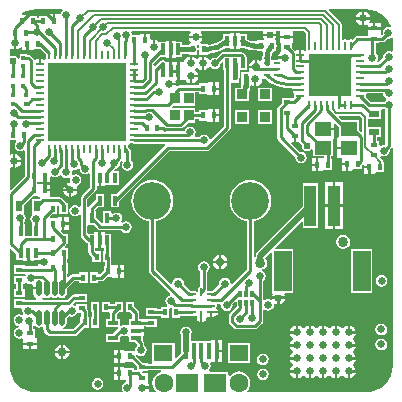
<source format=gtl>
%FSLAX24Y24*%
%MOIN*%
G70*
G01*
G75*
G04 Layer_Physical_Order=1*
G04 Layer_Color=255*
%ADD10C,0.0177*%
%ADD11C,0.0100*%
%ADD12O,0.0295X0.0079*%
%ADD13R,0.0157X0.0236*%
%ADD14R,0.0217X0.0098*%
%ADD15O,0.0315X0.0079*%
%ADD16R,0.0236X0.0157*%
%ADD17R,0.0354X0.0197*%
%ADD18R,0.0157X0.0335*%
%ADD19O,0.0177X0.0532*%
%ADD20R,0.0118X0.0209*%
%ADD21R,0.0118X0.0193*%
%ADD22O,0.0098X0.0276*%
%ADD23O,0.0276X0.0098*%
%ADD24R,0.0335X0.0157*%
%ADD25R,0.0157X0.0532*%
%ADD26R,0.0748X0.0630*%
%ADD27R,0.0630X0.0551*%
%ADD28O,0.0079X0.0315*%
%ADD29R,0.2598X0.2598*%
%ADD30R,0.0138X0.0394*%
%ADD31R,0.0343X0.0343*%
%ADD32R,0.1417X0.1417*%
%ADD33O,0.0079X0.0295*%
%ADD34R,0.0335X0.0374*%
%ADD35R,0.0551X0.0453*%
%ADD36R,0.0197X0.0354*%
%ADD37R,0.0591X0.1339*%
%ADD38R,0.0394X0.1378*%
%ADD39R,0.0138X0.0157*%
%ADD40R,0.0177X0.0177*%
%ADD41C,0.0200*%
%ADD42C,0.0080*%
%ADD43C,0.1260*%
%ADD44C,0.0630*%
%ADD45C,0.0260*%
%ADD46C,0.0290*%
%ADD47C,0.0240*%
%ADD48C,0.0300*%
%ADD49C,0.0340*%
G36*
X6071Y3510D02*
X6113Y3447D01*
X6170Y3409D01*
X6173Y3382D01*
X6170Y3355D01*
X6113Y3317D01*
X6096Y3292D01*
X5645D01*
X5487Y3450D01*
X5489Y3452D01*
X5497Y3491D01*
X5490Y3526D01*
X5490Y3532D01*
X5518Y3576D01*
X6058D01*
X6071Y3510D01*
D02*
G37*
G36*
X5368Y2761D02*
Y2316D01*
X5322Y2297D01*
X5249Y2370D01*
Y2681D01*
X4687D01*
X4579Y2790D01*
X4598Y2836D01*
X5040D01*
X5048Y2838D01*
X5291D01*
X5368Y2761D01*
D02*
G37*
G36*
X6388Y5410D02*
Y4993D01*
X6338Y4966D01*
X6324Y4975D01*
X6250Y4990D01*
X6176Y4975D01*
X6113Y4933D01*
X6071Y4870D01*
X6056Y4796D01*
X6062Y4767D01*
X5904Y4609D01*
X5883Y4611D01*
X5858Y4665D01*
X5879Y4696D01*
X5894Y4770D01*
X5879Y4844D01*
X5837Y4907D01*
X5812Y4924D01*
Y5254D01*
X5938D01*
Y5281D01*
X6033D01*
X6033Y5281D01*
X6076Y5289D01*
X6112Y5314D01*
X6211Y5412D01*
X6240Y5406D01*
X6314Y5421D01*
X6338Y5437D01*
X6388Y5410D01*
D02*
G37*
G36*
X-6170Y5043D02*
X-6120Y5053D01*
X-6044Y5104D01*
X-6026Y5132D01*
X-5976Y5116D01*
Y5022D01*
X-5837D01*
Y5240D01*
X-5757D01*
Y5022D01*
X-5618D01*
Y5030D01*
X-5582Y5062D01*
X-5373D01*
X-5191Y4879D01*
Y4747D01*
X-5190Y4744D01*
X-5193Y4739D01*
X-5234Y4705D01*
X-5267Y4712D01*
X-5345D01*
Y4570D01*
X-5425D01*
Y4712D01*
X-5503D01*
X-5557Y4701D01*
X-5584Y4712D01*
X-5586Y4723D01*
X-5611Y4759D01*
X-5611Y4759D01*
X-5688Y4837D01*
X-5725Y4861D01*
X-5763Y4869D01*
X-5801Y4897D01*
X-5801Y4897D01*
X-5801D01*
X-5849Y4897D01*
X-6059D01*
Y4748D01*
X-6109Y4733D01*
X-6140Y4780D01*
X-6200Y4820D01*
X-6270Y4834D01*
X-6338Y4820D01*
X-6347Y4819D01*
X-6388Y4845D01*
Y5052D01*
X-6338Y5079D01*
X-6300Y5053D01*
X-6250Y5043D01*
Y5270D01*
X-6170D01*
Y5043D01*
D02*
G37*
G36*
X-4004Y-3732D02*
Y-3872D01*
X-4030D01*
Y-4030D01*
X-4278Y-4278D01*
X-4616D01*
X-4621Y-4228D01*
X-4578Y-4219D01*
X-4529Y-4186D01*
X-4496Y-4137D01*
X-4485Y-4079D01*
Y-3909D01*
X-4412Y-3837D01*
X-4394Y-3849D01*
X-4320Y-3864D01*
X-4246Y-3849D01*
X-4183Y-3807D01*
X-4141Y-3744D01*
X-4137Y-3726D01*
X-4010D01*
X-4004Y-3732D01*
D02*
G37*
G36*
X-5452Y172D02*
X-5438Y172D01*
X-5402Y140D01*
Y132D01*
X-5380D01*
X-5368Y111D01*
X-5361Y82D01*
X-5396Y47D01*
X-5633D01*
Y-427D01*
X-5633Y-427D01*
X-5655Y-468D01*
X-5693Y-526D01*
X-5708Y-600D01*
X-5693Y-674D01*
X-5658Y-727D01*
X-5653Y-775D01*
X-5653Y-775D01*
X-5653Y-775D01*
Y-1167D01*
X-5849D01*
X-5887Y-1136D01*
Y-821D01*
X-5887Y-775D01*
Y-775D01*
D01*
X-5887Y-775D01*
X-5901Y-727D01*
X-5901Y-725D01*
X-5861Y-664D01*
X-5846Y-590D01*
X-5861Y-516D01*
X-5890Y-472D01*
X-5907Y-427D01*
Y-427D01*
X-5907Y-427D01*
X-5907Y-427D01*
Y-138D01*
X-5597Y172D01*
X-5452D01*
D02*
G37*
G36*
X6113Y3043D02*
X6138Y3026D01*
Y1901D01*
X6093Y1863D01*
X6090Y1864D01*
X6016Y1849D01*
X5978Y1824D01*
X5928Y1850D01*
Y2006D01*
X5862D01*
Y2126D01*
X5987D01*
Y2443D01*
X5572D01*
Y2717D01*
X5987D01*
Y3034D01*
X6023Y3068D01*
X6096D01*
X6113Y3043D01*
D02*
G37*
G36*
X-6176Y1995D02*
X-6170Y1972D01*
X-6209Y1914D01*
X-6224Y1840D01*
X-6209Y1766D01*
X-6167Y1703D01*
X-6104Y1661D01*
X-6030Y1646D01*
X-5956Y1661D01*
X-5928Y1680D01*
X-5878Y1653D01*
Y831D01*
X-6342Y367D01*
X-6388Y386D01*
Y1099D01*
X-6344Y1123D01*
X-6330Y1113D01*
X-6280Y1103D01*
Y1330D01*
Y1557D01*
X-6330Y1547D01*
X-6344Y1537D01*
X-6388Y1561D01*
Y2022D01*
X-6190D01*
X-6176Y1995D01*
D02*
G37*
G36*
X5673Y6372D02*
X5840Y6322D01*
X5994Y6239D01*
X6129Y6129D01*
X6239Y5994D01*
X6322Y5840D01*
X6326Y5827D01*
X6286Y5785D01*
X6240Y5794D01*
X6166Y5779D01*
X6103Y5737D01*
X6061Y5674D01*
X6046Y5600D01*
X6052Y5571D01*
X6023Y5541D01*
X5978Y5550D01*
X5978Y5568D01*
X5978D01*
Y5707D01*
X5542D01*
Y5568D01*
X5542D01*
X5545Y5518D01*
X5539Y5506D01*
X5537Y5505D01*
X5201D01*
X5201Y5505D01*
X5158Y5496D01*
X5121Y5472D01*
X5024Y5374D01*
X5021Y5376D01*
X4982Y5384D01*
X4943Y5376D01*
X4910Y5354D01*
X4857D01*
X4824Y5376D01*
X4785Y5384D01*
X4746Y5376D01*
X4740Y5372D01*
X4690Y5399D01*
Y5852D01*
X4683Y5891D01*
X4660Y5924D01*
X4243Y6342D01*
X4262Y6388D01*
X5500D01*
X5505Y6389D01*
X5673Y6372D01*
D02*
G37*
G36*
X-5500Y6388D02*
X-4635D01*
X-4620Y6338D01*
X-4636Y6327D01*
X-4678Y6264D01*
X-4686Y6223D01*
X-4734Y6218D01*
X-4734Y6218D01*
X-4734Y6218D01*
X-4873D01*
Y6000D01*
X-4953D01*
Y6218D01*
X-5092D01*
Y6210D01*
X-5128Y6178D01*
X-5406D01*
Y6092D01*
X-5484D01*
Y6158D01*
X-5762D01*
X-5798Y6190D01*
Y6198D01*
X-5965D01*
X-5978Y6248D01*
X-5840Y6322D01*
X-5673Y6372D01*
X-5505Y6389D01*
X-5500Y6388D01*
D02*
G37*
G36*
X3502Y5594D02*
Y5174D01*
X3503Y5171D01*
Y5066D01*
X3508Y5039D01*
X3504Y5029D01*
X3462Y5000D01*
X3441Y5004D01*
X3407Y5011D01*
X3339D01*
Y4869D01*
X3259D01*
Y5011D01*
X3191D01*
X3136Y5000D01*
X3126Y4993D01*
X3121Y5001D01*
X3121Y5001D01*
X3028Y5093D01*
Y5238D01*
X3028Y5252D01*
X3060Y5288D01*
X3068D01*
Y5427D01*
X2632D01*
Y5288D01*
X2640D01*
X2640Y5288D01*
X2672Y5252D01*
X2672Y5238D01*
Y4974D01*
X2672Y4974D01*
X2672D01*
X2635Y4943D01*
X2624Y4936D01*
X2573Y4860D01*
X2563Y4810D01*
X2790D01*
Y4730D01*
X2563D01*
X2564Y4725D01*
X2533Y4686D01*
X2334D01*
Y4749D01*
X2333Y4754D01*
X2348Y4864D01*
X2392Y4972D01*
X2408Y4992D01*
X2496D01*
Y5110D01*
X2497Y5112D01*
X2509Y5170D01*
X2497Y5228D01*
X2496Y5230D01*
Y5348D01*
X2483D01*
X2456Y5398D01*
X2487Y5444D01*
X2496Y5490D01*
X2064D01*
X2073Y5444D01*
X2104Y5398D01*
X2077Y5348D01*
X1864D01*
Y5321D01*
X1748D01*
X1744Y5321D01*
X1651Y5333D01*
X1560Y5371D01*
X1515Y5405D01*
Y5551D01*
X1299D01*
Y5591D01*
X1160D01*
Y5324D01*
Y5057D01*
X1299D01*
Y5097D01*
X1438D01*
X1488Y5070D01*
X1616Y5031D01*
X1748Y5018D01*
Y5019D01*
X1864D01*
Y4992D01*
X2032D01*
X2062Y4952D01*
X2045Y4895D01*
X2031Y4749D01*
X2031D01*
Y4686D01*
X2014D01*
Y4675D01*
X1964Y4648D01*
X1916Y4681D01*
X1860Y4692D01*
Y4450D01*
X1820D01*
Y4410D01*
X1578D01*
X1589Y4354D01*
X1600Y4338D01*
X1573Y4288D01*
X1338D01*
Y4170D01*
X1337Y4168D01*
X1326Y4110D01*
Y3829D01*
X1327Y3822D01*
X1317Y3773D01*
X1127D01*
Y3311D01*
X1589D01*
Y3631D01*
X1611Y3684D01*
X1630Y3829D01*
X1633Y3831D01*
X1679Y3855D01*
X1710Y3833D01*
X1760Y3823D01*
Y4050D01*
X1840D01*
Y3823D01*
X1890Y3833D01*
X1966Y3884D01*
X2017Y3960D01*
X2035Y4050D01*
X2054Y4074D01*
X2111D01*
X2152Y4052D01*
X2152D01*
X2298Y3932D01*
X2464Y3843D01*
X2645Y3789D01*
X2832Y3770D01*
Y3773D01*
X3024D01*
X3052Y3728D01*
X3299D01*
Y3648D01*
X3057D01*
X3059Y3634D01*
X3090Y3587D01*
X3097Y3530D01*
X3089Y3491D01*
X3097Y3452D01*
X3099Y3450D01*
X3088Y3439D01*
X3048Y3416D01*
Y3416D01*
X3048Y3416D01*
X2692D01*
Y3258D01*
X2563Y3128D01*
X2538Y3092D01*
X2530Y3049D01*
X2530Y3049D01*
Y2118D01*
X2530Y2118D01*
X2538Y2075D01*
X2563Y2039D01*
X3132Y1469D01*
X3126Y1440D01*
X3141Y1366D01*
X3183Y1303D01*
X3246Y1261D01*
X3320Y1246D01*
X3394Y1261D01*
X3457Y1303D01*
X3499Y1366D01*
X3514Y1440D01*
X3499Y1514D01*
X3457Y1577D01*
X3394Y1619D01*
X3320Y1634D01*
X3291Y1628D01*
X2991Y1928D01*
X3010Y1974D01*
X3090D01*
Y2153D01*
X3170D01*
Y1974D01*
X3253D01*
X3254Y1969D01*
X3279Y1933D01*
X3351Y1861D01*
X3346Y1840D01*
X3360Y1770D01*
X3400Y1710D01*
X3460Y1670D01*
X3530Y1656D01*
X3600Y1670D01*
X3660Y1710D01*
X3661Y1713D01*
X3711Y1697D01*
Y1479D01*
X4095D01*
Y1423D01*
X4094Y1421D01*
X4082Y1415D01*
X4032Y1418D01*
Y1418D01*
X3893D01*
Y1200D01*
Y982D01*
X4032D01*
Y990D01*
X4032Y990D01*
X4068Y1022D01*
X4082Y1022D01*
X4346D01*
Y1378D01*
X4319D01*
Y1479D01*
X4383D01*
Y2044D01*
X4423Y2069D01*
X4423Y2069D01*
X4423D01*
X4423Y2069D01*
Y2355D01*
X4047D01*
Y2435D01*
X4423D01*
Y2564D01*
X4469Y2583D01*
X4577Y2474D01*
Y2116D01*
X4537Y2091D01*
X4537Y2091D01*
X4537D01*
X4537Y2091D01*
Y1805D01*
X4913D01*
Y1725D01*
X4537D01*
Y1439D01*
X4624D01*
X4674Y1438D01*
X4674Y1389D01*
Y1260D01*
X4853D01*
Y1220D01*
X4893D01*
Y1002D01*
X5032D01*
Y1010D01*
X5032Y1010D01*
X5068Y1042D01*
X5082Y1042D01*
X5346D01*
Y1191D01*
X5378Y1216D01*
X5424Y1196D01*
Y1160D01*
X5603D01*
Y1120D01*
X5643D01*
Y902D01*
X5782D01*
Y910D01*
X5818Y942D01*
X6096D01*
Y1298D01*
X6059D01*
Y1306D01*
X6051Y1345D01*
X6029Y1378D01*
X5958Y1449D01*
X5961Y1468D01*
X6015Y1492D01*
X6016Y1491D01*
X6090Y1476D01*
X6164Y1491D01*
X6227Y1533D01*
X6269Y1596D01*
X6284Y1670D01*
X6278Y1699D01*
X6329Y1751D01*
X6329Y1751D01*
X6338Y1763D01*
X6388Y1748D01*
Y-5500D01*
X6389Y-5505D01*
X6372Y-5673D01*
X6322Y-5840D01*
X6239Y-5994D01*
X6129Y-6129D01*
X5994Y-6239D01*
X5840Y-6322D01*
X5673Y-6372D01*
X5505Y-6389D01*
X5500Y-6388D01*
X1529D01*
X1513Y-6341D01*
X1517Y-6337D01*
X1578Y-6259D01*
X1615Y-6168D01*
X1628Y-6070D01*
X1615Y-5972D01*
X1578Y-5881D01*
X1517Y-5803D01*
X1439Y-5742D01*
X1348Y-5705D01*
X1250Y-5692D01*
X1152Y-5705D01*
X1061Y-5742D01*
X983Y-5803D01*
X956Y-5837D01*
X906Y-5820D01*
Y-5695D01*
X275D01*
X261Y-5656D01*
X258Y-5645D01*
X299Y-5584D01*
X314Y-5510D01*
X299Y-5436D01*
X287Y-5418D01*
X318Y-5374D01*
X333Y-5378D01*
Y-5383D01*
X472D01*
Y-5017D01*
Y-4651D01*
X333D01*
Y-4691D01*
X-349D01*
Y-4491D01*
X-331Y-4464D01*
X-316Y-4390D01*
X-331Y-4316D01*
X-373Y-4253D01*
X-436Y-4211D01*
X-510Y-4196D01*
X-584Y-4211D01*
X-647Y-4253D01*
X-689Y-4316D01*
X-704Y-4390D01*
X-689Y-4464D01*
X-675Y-4485D01*
Y-5017D01*
X-663Y-5076D01*
X-839Y-5252D01*
X-885Y-5233D01*
Y-4750D01*
X-1635D01*
Y-5421D01*
X-1682Y-5428D01*
X-1782D01*
Y-5401D01*
X-1940D01*
X-2179Y-5162D01*
X-2147Y-5124D01*
X-2094Y-5159D01*
X-2020Y-5174D01*
X-1946Y-5159D01*
X-1883Y-5117D01*
X-1841Y-5054D01*
X-1826Y-4980D01*
X-1841Y-4906D01*
X-1883Y-4843D01*
X-1908Y-4826D01*
Y-4747D01*
X-1908Y-4747D01*
X-1916Y-4704D01*
X-1941Y-4668D01*
X-1941Y-4668D01*
X-1959Y-4650D01*
Y-4504D01*
X-1919D01*
Y-4366D01*
X-2186D01*
Y-4286D01*
X-1919D01*
Y-4182D01*
X-1838D01*
Y-4208D01*
X-1482D01*
Y-3931D01*
X-1838D01*
Y-3957D01*
X-1959D01*
Y-3931D01*
X-2074D01*
Y-3737D01*
X-2082Y-3694D01*
X-2107Y-3658D01*
X-2107Y-3658D01*
X-2244Y-3520D01*
Y-3362D01*
X-2522D01*
Y-3718D01*
X-2363D01*
X-2298Y-3783D01*
Y-3931D01*
X-2413D01*
Y-4118D01*
X-2453Y-4147D01*
X-2503Y-4150D01*
X-2570Y-4136D01*
X-2644Y-4151D01*
X-2663Y-4163D01*
X-2707Y-4140D01*
Y-3931D01*
X-2822D01*
Y-3783D01*
X-2757Y-3718D01*
X-2598D01*
Y-3362D01*
X-2876D01*
Y-3428D01*
X-3044D01*
Y-3362D01*
X-3322D01*
Y-3718D01*
X-3093D01*
X-3046Y-3737D01*
X-3046Y-3737D01*
Y-3737D01*
X-3046Y-3767D01*
Y-3931D01*
X-3161D01*
Y-4208D01*
X-2789D01*
X-2776Y-4228D01*
X-2770Y-4258D01*
X-2954Y-4443D01*
X-3161D01*
Y-4720D01*
X-2707D01*
Y-4527D01*
X-2664Y-4496D01*
X-2644Y-4509D01*
X-2570Y-4524D01*
X-2501Y-4510D01*
X-2463Y-4505D01*
X-2413Y-4533D01*
Y-4720D01*
X-2206D01*
X-2144Y-4782D01*
X-2148Y-4837D01*
X-2157Y-4843D01*
X-2199Y-4906D01*
X-2214Y-4980D01*
X-2210Y-4997D01*
X-2258Y-5012D01*
X-2518D01*
X-2532Y-5012D01*
X-2568Y-4980D01*
Y-4972D01*
X-2707D01*
Y-5190D01*
Y-5408D01*
X-2568D01*
Y-5400D01*
X-2568Y-5400D01*
X-2532Y-5368D01*
X-2518Y-5368D01*
X-2290D01*
X-2138Y-5520D01*
Y-5638D01*
X-2254D01*
Y-5572D01*
X-2518D01*
X-2532Y-5572D01*
X-2568Y-5540D01*
Y-5532D01*
X-2707D01*
Y-5750D01*
Y-5968D01*
X-2568D01*
Y-5968D01*
X-2518Y-5965D01*
X-2506Y-5971D01*
X-2505Y-5973D01*
Y-6045D01*
X-2534Y-6051D01*
X-2597Y-6093D01*
X-2639Y-6156D01*
X-2654Y-6230D01*
X-2639Y-6304D01*
X-2616Y-6338D01*
X-2643Y-6388D01*
X-5500D01*
X-5505Y-6389D01*
X-5673Y-6372D01*
X-5840Y-6322D01*
X-5994Y-6239D01*
X-6129Y-6129D01*
X-6239Y-5994D01*
X-6322Y-5840D01*
X-6372Y-5673D01*
X-6389Y-5505D01*
X-6388Y-5500D01*
Y-1612D01*
X-6342Y-1593D01*
X-6165Y-1770D01*
Y-1977D01*
X-5949D01*
Y-2017D01*
X-5810D01*
Y-1750D01*
X-5730D01*
Y-2017D01*
X-5591D01*
Y-1977D01*
X-5501D01*
X-5493Y-1987D01*
X-5237D01*
Y-2067D01*
X-5464D01*
X-5454Y-2117D01*
X-5441Y-2137D01*
X-5465Y-2181D01*
X-5882D01*
Y-2154D01*
X-6238D01*
Y-2432D01*
X-5882D01*
X-5882Y-2432D01*
Y-2432D01*
X-5873Y-2432D01*
X-5853Y-2465D01*
X-5851Y-2484D01*
X-5882Y-2508D01*
X-6238D01*
Y-2786D01*
X-6172D01*
Y-2927D01*
X-6238D01*
Y-3204D01*
X-5882D01*
Y-2927D01*
X-5948D01*
Y-2786D01*
X-5882D01*
Y-2735D01*
X-5832Y-2720D01*
X-5827Y-2727D01*
X-5764Y-2769D01*
X-5690Y-2784D01*
X-5646Y-2775D01*
X-5596Y-2811D01*
Y-2878D01*
X-5404D01*
Y-2958D01*
X-5596D01*
Y-3095D01*
X-5581Y-3169D01*
X-5540Y-3231D01*
X-5500Y-3258D01*
X-5515Y-3308D01*
X-5882D01*
Y-3281D01*
X-6238D01*
Y-3559D01*
X-5996D01*
X-5964Y-3609D01*
X-5974Y-3660D01*
X-5959Y-3734D01*
X-5929Y-3779D01*
X-5965Y-3815D01*
X-5986Y-3801D01*
X-6060Y-3786D01*
X-6134Y-3801D01*
X-6197Y-3843D01*
X-6239Y-3906D01*
X-6254Y-3980D01*
X-6239Y-4054D01*
X-6197Y-4117D01*
X-6134Y-4159D01*
X-6081Y-4170D01*
Y-4220D01*
X-6134Y-4231D01*
X-6197Y-4273D01*
X-6239Y-4336D01*
X-6254Y-4410D01*
X-6239Y-4484D01*
X-6197Y-4547D01*
X-6134Y-4589D01*
X-6060Y-4604D01*
X-5986Y-4589D01*
X-5975Y-4582D01*
X-5928Y-4611D01*
Y-4727D01*
X-5492D01*
Y-4588D01*
X-5500D01*
X-5500Y-4588D01*
X-5532Y-4552D01*
X-5532Y-4538D01*
Y-4274D01*
X-5598D01*
Y-4182D01*
X-5580Y-4168D01*
X-5516Y-4179D01*
X-5511Y-4186D01*
X-5462Y-4219D01*
X-5404Y-4231D01*
X-5346Y-4219D01*
X-5310Y-4195D01*
X-5266Y-4212D01*
X-5260Y-4218D01*
Y-4292D01*
X-5260Y-4292D01*
X-5252Y-4335D01*
X-5227Y-4371D01*
X-5129Y-4469D01*
X-5129Y-4469D01*
X-5093Y-4494D01*
X-5050Y-4502D01*
X-4232D01*
X-4231Y-4502D01*
X-4189Y-4494D01*
X-4152Y-4469D01*
X-3911Y-4228D01*
X-3753D01*
Y-3872D01*
X-3779D01*
Y-3686D01*
X-3779Y-3686D01*
X-3788Y-3643D01*
X-3812Y-3607D01*
Y-3448D01*
X-4168D01*
Y-3483D01*
X-4218Y-3510D01*
X-4246Y-3491D01*
X-4267Y-3487D01*
X-4284Y-3432D01*
X-4218Y-3367D01*
X-4168Y-3372D01*
Y-3372D01*
X-3812D01*
Y-3094D01*
X-4168D01*
Y-3121D01*
X-4243D01*
X-4286Y-3129D01*
X-4322Y-3154D01*
X-4322Y-3154D01*
X-4476Y-3308D01*
X-4700D01*
X-4700Y-3308D01*
X-4700Y-3308D01*
X-5293D01*
X-5308Y-3258D01*
X-5268Y-3231D01*
X-5251Y-3205D01*
X-5206Y-3235D01*
X-5148Y-3247D01*
X-5090Y-3235D01*
X-5054Y-3211D01*
X-5020Y-3205D01*
X-4986Y-3211D01*
X-4950Y-3235D01*
X-4892Y-3247D01*
X-4834Y-3235D01*
X-4785Y-3202D01*
X-4743D01*
X-4694Y-3235D01*
X-4636Y-3247D01*
X-4578Y-3235D01*
X-4529Y-3202D01*
X-4496Y-3153D01*
X-4485Y-3095D01*
Y-2925D01*
X-4242Y-2682D01*
X-4066D01*
Y-2748D01*
X-3788D01*
Y-2392D01*
X-4066D01*
Y-2458D01*
X-4288D01*
X-4288Y-2458D01*
X-4331Y-2466D01*
X-4368Y-2491D01*
X-4368Y-2491D01*
X-4424Y-2548D01*
X-4471Y-2528D01*
Y-2428D01*
X-4444D01*
Y-2072D01*
X-4471D01*
Y-1928D01*
X-4444D01*
Y-1572D01*
X-4535D01*
X-4554Y-1526D01*
X-4514Y-1485D01*
X-4514Y-1485D01*
X-4495Y-1457D01*
X-4454D01*
Y-1101D01*
X-4612D01*
X-4689Y-1024D01*
X-4670Y-978D01*
X-4643D01*
Y-760D01*
Y-542D01*
X-4782D01*
Y-550D01*
X-4818Y-582D01*
X-5030D01*
X-5050Y-532D01*
X-4967Y-448D01*
X-4808D01*
Y-167D01*
X-4760Y-146D01*
X-4732Y-169D01*
Y-448D01*
X-4454D01*
Y-92D01*
X-4491D01*
X-4514Y-58D01*
X-4514Y-58D01*
X-4661Y89D01*
X-4697Y114D01*
X-4740Y122D01*
X-4740Y122D01*
X-4998D01*
X-5044Y132D01*
X-5044Y172D01*
Y310D01*
X-5223D01*
Y350D01*
X-5263D01*
Y568D01*
X-5402D01*
Y568D01*
X-5452Y565D01*
X-5464Y571D01*
X-5465Y573D01*
Y619D01*
X-5452Y625D01*
X-5402Y622D01*
Y622D01*
X-5263D01*
Y840D01*
X-5183D01*
Y622D01*
X-5044D01*
Y791D01*
X-4994Y818D01*
X-4954Y791D01*
X-4880Y776D01*
X-4806Y791D01*
X-4743Y833D01*
X-4724Y861D01*
X-4720Y862D01*
X-4667Y857D01*
X-4637Y813D01*
X-4574Y771D01*
X-4500Y756D01*
X-4426Y771D01*
X-4415Y778D01*
X-4372Y747D01*
X-4384Y690D01*
X-4374Y641D01*
X-4372Y614D01*
X-4410Y587D01*
X-4460Y577D01*
X-4536Y526D01*
X-4587Y450D01*
X-4597Y400D01*
X-4143D01*
X-4153Y450D01*
X-4160Y460D01*
X-4141Y506D01*
X-4116Y511D01*
X-4053Y553D01*
X-4011Y616D01*
X-3996Y690D01*
X-4011Y764D01*
X-4053Y827D01*
X-4116Y869D01*
X-4190Y884D01*
X-4264Y869D01*
X-4275Y862D01*
X-4318Y893D01*
X-4306Y950D01*
X-4312Y980D01*
X-4270Y1022D01*
X-4240Y1016D01*
X-4166Y1031D01*
X-4111Y1067D01*
X-4076Y1058D01*
X-4059Y1048D01*
X-4049Y996D01*
X-4007Y933D01*
X-3944Y891D01*
X-3870Y876D01*
X-3796Y891D01*
X-3762Y914D01*
X-3712Y887D01*
Y446D01*
X-3989Y169D01*
X-4014Y133D01*
X-4022Y90D01*
X-4022Y90D01*
Y-179D01*
X-4072Y-194D01*
X-4073Y-193D01*
X-4136Y-151D01*
X-4210Y-136D01*
X-4284Y-151D01*
X-4347Y-193D01*
X-4389Y-256D01*
X-4404Y-330D01*
X-4389Y-404D01*
X-4347Y-467D01*
X-4284Y-509D01*
X-4210Y-524D01*
X-4136Y-509D01*
X-4073Y-467D01*
X-4072Y-466D01*
X-4022Y-481D01*
Y-1150D01*
X-4022Y-1150D01*
X-4014Y-1193D01*
X-3989Y-1229D01*
X-3815Y-1403D01*
X-3815Y-1403D01*
X-3788Y-1422D01*
Y-1551D01*
X-3761D01*
Y-1703D01*
X-3761Y-1703D01*
X-3753Y-1745D01*
X-3728Y-1782D01*
X-3630Y-1880D01*
Y-2038D01*
X-3353D01*
Y-1682D01*
X-3511D01*
X-3537Y-1656D01*
Y-1591D01*
X-3433D01*
Y-1324D01*
Y-1057D01*
X-3572D01*
Y-1061D01*
X-3607Y-1097D01*
X-3788D01*
X-3798Y-1051D01*
Y-849D01*
X-3788Y-803D01*
X-3748Y-803D01*
X-3580D01*
X-3444Y-939D01*
X-3444Y-939D01*
X-3408Y-964D01*
X-3365Y-972D01*
X-2687D01*
X-2657Y-1017D01*
X-2594Y-1059D01*
X-2520Y-1074D01*
X-2446Y-1059D01*
X-2383Y-1017D01*
X-2341Y-954D01*
X-2326Y-880D01*
X-2341Y-806D01*
X-2383Y-743D01*
X-2446Y-701D01*
X-2520Y-686D01*
X-2594Y-701D01*
X-2633Y-727D01*
X-2669Y-691D01*
X-2651Y-664D01*
X-2636Y-590D01*
X-2651Y-516D01*
X-2693Y-453D01*
X-2756Y-411D01*
X-2830Y-396D01*
X-2904Y-411D01*
X-2948Y-441D01*
X-2998Y-417D01*
Y-349D01*
X-3276D01*
Y-730D01*
X-3326Y-740D01*
X-3510Y-556D01*
Y-349D01*
X-3525D01*
X-3532Y-299D01*
X-3455Y-221D01*
X-3247D01*
Y233D01*
X-3525D01*
Y26D01*
X-3728Y-178D01*
X-3748Y-207D01*
X-3777Y-206D01*
X-3798Y-199D01*
Y44D01*
X-3521Y321D01*
X-3521Y321D01*
X-3496Y357D01*
X-3488Y400D01*
Y487D01*
X-3426D01*
Y754D01*
X-3346D01*
Y487D01*
X-3207D01*
Y527D01*
X-2735D01*
Y981D01*
X-2875D01*
X-2894Y1028D01*
X-2856Y1065D01*
X-2826Y1071D01*
X-2763Y1113D01*
X-2721Y1176D01*
X-2706Y1250D01*
X-2712Y1279D01*
X-2663Y1329D01*
X-2624Y1297D01*
X-2639Y1274D01*
X-2654Y1200D01*
X-2639Y1126D01*
X-2597Y1063D01*
X-2534Y1021D01*
X-2460Y1006D01*
X-2386Y1021D01*
X-2323Y1063D01*
X-2281Y1126D01*
X-2266Y1200D01*
X-2281Y1274D01*
X-2323Y1337D01*
X-2348Y1354D01*
Y1645D01*
X-2356Y1688D01*
X-2381Y1724D01*
X-2381Y1724D01*
X-2429Y1772D01*
Y1833D01*
X-2431Y1841D01*
X-2411Y1891D01*
X-2361Y1911D01*
X-2353Y1909D01*
X-2282D01*
X-2278Y1907D01*
X-2235Y1898D01*
X-1204D01*
X-1189Y1848D01*
X-1194Y1845D01*
X-1194Y1845D01*
X-2805Y233D01*
X-3013D01*
Y-221D01*
X-2735D01*
Y-14D01*
X-1068Y1653D01*
X191D01*
X191Y1653D01*
X234Y1662D01*
X271Y1686D01*
X943Y2359D01*
X968Y2395D01*
X976Y2438D01*
X976Y2438D01*
Y3885D01*
X984Y3932D01*
X1262D01*
Y4050D01*
X1263Y4052D01*
X1274Y4110D01*
Y4349D01*
X1515D01*
Y4803D01*
X1487D01*
X1480Y4839D01*
X1455Y4875D01*
X1455Y4875D01*
X1398Y4933D01*
X1361Y4957D01*
X1319Y4965D01*
X1319Y4965D01*
X740D01*
X697Y4957D01*
X660Y4933D01*
X660Y4933D01*
X493Y4765D01*
X450Y4774D01*
X376Y4759D01*
X313Y4717D01*
X304Y4704D01*
X244D01*
X216Y4746D01*
X140Y4797D01*
X90Y4807D01*
Y4580D01*
Y4353D01*
X140Y4363D01*
X216Y4414D01*
X244Y4456D01*
X304D01*
X313Y4443D01*
X376Y4401D01*
X450Y4386D01*
X524Y4401D01*
X587Y4443D01*
X629Y4506D01*
X644Y4580D01*
X641Y4596D01*
X679Y4634D01*
X725Y4615D01*
Y4349D01*
X752D01*
Y2485D01*
X320Y2053D01*
X272Y2067D01*
X269Y2085D01*
X227Y2147D01*
X164Y2189D01*
X90Y2204D01*
X16Y2189D01*
X-47Y2147D01*
X-64Y2123D01*
X-197D01*
X-223Y2173D01*
X-201Y2206D01*
X-186Y2280D01*
X-201Y2354D01*
X-243Y2417D01*
X-306Y2459D01*
X-380Y2474D01*
X-454Y2459D01*
X-517Y2417D01*
X-559Y2354D01*
X-566Y2319D01*
X-1284D01*
Y2450D01*
X-1238Y2469D01*
X-1209Y2441D01*
X-1173Y2416D01*
X-1130Y2408D01*
X-1130Y2408D01*
X-691D01*
X-648Y2416D01*
X-612Y2441D01*
X-601Y2457D01*
X-584Y2468D01*
X-455Y2598D01*
X-196D01*
Y2732D01*
X-76D01*
Y2672D01*
X188D01*
X202Y2672D01*
X238Y2640D01*
Y2632D01*
X377D01*
Y2850D01*
Y3068D01*
X238D01*
Y3060D01*
X238Y3060D01*
X202Y3028D01*
X188Y3028D01*
X-76D01*
Y2957D01*
X-196D01*
Y3092D01*
X-954D01*
X-976Y3140D01*
X-953Y3168D01*
X-196D01*
Y3618D01*
X-76D01*
Y3552D01*
X188D01*
X202Y3552D01*
X238Y3520D01*
Y3512D01*
X377D01*
Y3730D01*
Y3948D01*
X238D01*
Y3940D01*
X238Y3940D01*
X202Y3908D01*
X188Y3908D01*
X-76D01*
Y3842D01*
X-730D01*
X-730Y3842D01*
X-773Y3834D01*
X-809Y3809D01*
X-809Y3809D01*
X-811Y3808D01*
X-857Y3832D01*
X-853Y3850D01*
X-1080D01*
Y3930D01*
X-853D01*
X-863Y3980D01*
X-873Y3995D01*
X-850Y4039D01*
X-804D01*
Y4336D01*
Y4633D01*
X-980D01*
Y4336D01*
X-1060D01*
Y4633D01*
X-1177D01*
X-1197Y4662D01*
X-1233Y4686D01*
X-1276Y4695D01*
X-1319Y4686D01*
X-1355Y4662D01*
X-1355Y4662D01*
X-1529Y4488D01*
X-1548Y4485D01*
X-1557Y4486D01*
X-1598Y4514D01*
Y4564D01*
X-1374Y4787D01*
X-1189D01*
Y4747D01*
X-1060D01*
Y5044D01*
Y5341D01*
X-1189D01*
Y5301D01*
X-1405D01*
X-1405Y5301D01*
X-1444Y5326D01*
X-1490Y5357D01*
X-1540Y5367D01*
Y5140D01*
X-1620D01*
Y5367D01*
X-1644Y5362D01*
X-1694Y5396D01*
Y5568D01*
X-1833D01*
Y5350D01*
X-1913D01*
Y5568D01*
X-2052D01*
Y5560D01*
X-2088Y5528D01*
X-2310D01*
X-2321Y5584D01*
X-2344Y5618D01*
X-2317Y5668D01*
X-368D01*
X-353Y5618D01*
X-356Y5616D01*
X-407Y5540D01*
X-417Y5490D01*
X37D01*
X27Y5540D01*
X-24Y5616D01*
X-27Y5618D01*
X-12Y5668D01*
X2055D01*
X2078Y5624D01*
X2073Y5616D01*
X2064Y5570D01*
X2496D01*
X2487Y5616D01*
X2482Y5624D01*
X2505Y5668D01*
X2591D01*
X2632Y5646D01*
X2632Y5618D01*
Y5507D01*
X3068D01*
Y5618D01*
X3068Y5646D01*
X3109Y5668D01*
D01*
X3428D01*
X3502Y5594D01*
D02*
G37*
G36*
X-1329Y-5702D02*
X-1348Y-5705D01*
X-1439Y-5742D01*
X-1517Y-5803D01*
X-1578Y-5881D01*
X-1615Y-5972D01*
X-1628Y-6070D01*
X-1615Y-6168D01*
X-1578Y-6259D01*
X-1517Y-6337D01*
X-1513Y-6341D01*
X-1529Y-6388D01*
X-1736D01*
X-1759Y-6344D01*
X-1743Y-6320D01*
X-1733Y-6270D01*
X-1960D01*
Y-6190D01*
X-1733D01*
X-1743Y-6140D01*
X-1782Y-6083D01*
X-1782Y-6033D01*
X-1782Y-6033D01*
X-1782Y-6033D01*
Y-5756D01*
X-1936D01*
X-1961Y-5725D01*
X-1941Y-5679D01*
X-1782D01*
Y-5652D01*
X-1332D01*
X-1329Y-5702D01*
D02*
G37*
%LPC*%
G36*
X4876Y-4164D02*
X4826Y-4174D01*
X4750Y-4225D01*
X4725Y-4263D01*
X4675D01*
X4649Y-4225D01*
X4573Y-4174D01*
X4523Y-4164D01*
Y-4390D01*
X4443D01*
Y-4164D01*
X4393Y-4174D01*
X4317Y-4225D01*
X4292Y-4263D01*
X4242D01*
X4216Y-4225D01*
X4140Y-4174D01*
X4090Y-4164D01*
Y-4390D01*
X4010D01*
Y-4164D01*
X3960Y-4174D01*
X3884Y-4225D01*
X3858Y-4263D01*
X3808D01*
X3783Y-4225D01*
X3707Y-4174D01*
X3657Y-4164D01*
Y-4390D01*
X3577D01*
Y-4164D01*
X3527Y-4174D01*
X3451Y-4225D01*
X3425Y-4263D01*
X3375D01*
X3350Y-4225D01*
X3274Y-4174D01*
X3224Y-4164D01*
Y-4390D01*
X3184D01*
Y-4430D01*
X2957D01*
X2967Y-4480D01*
X3018Y-4556D01*
X3057Y-4582D01*
Y-4632D01*
X3018Y-4658D01*
X2967Y-4734D01*
X2957Y-4783D01*
X3184D01*
Y-4863D01*
X2957D01*
X2967Y-4913D01*
X3018Y-4989D01*
X3057Y-5015D01*
Y-5065D01*
X3018Y-5091D01*
X2967Y-5167D01*
X2957Y-5217D01*
X3184D01*
Y-5297D01*
X2957D01*
X2967Y-5346D01*
X3018Y-5422D01*
X3057Y-5448D01*
Y-5498D01*
X3018Y-5524D01*
X2967Y-5600D01*
X2957Y-5650D01*
X3184D01*
Y-5690D01*
X3224D01*
Y-5916D01*
X3274Y-5906D01*
X3350Y-5855D01*
X3375Y-5817D01*
X3425D01*
X3451Y-5855D01*
X3527Y-5906D01*
X3577Y-5916D01*
Y-5690D01*
X3657D01*
Y-5916D01*
X3707Y-5906D01*
X3783Y-5855D01*
X3808Y-5817D01*
X3858D01*
X3884Y-5855D01*
X3960Y-5906D01*
X4010Y-5916D01*
Y-5690D01*
X4090D01*
Y-5916D01*
X4140Y-5906D01*
X4216Y-5855D01*
X4242Y-5817D01*
X4292D01*
X4317Y-5855D01*
X4393Y-5906D01*
X4443Y-5916D01*
Y-5690D01*
X4523D01*
Y-5916D01*
X4573Y-5906D01*
X4649Y-5855D01*
X4675Y-5817D01*
X4725D01*
X4750Y-5855D01*
X4826Y-5906D01*
X4876Y-5916D01*
Y-5690D01*
X4916D01*
Y-5650D01*
X5143D01*
X5133Y-5600D01*
X5082Y-5524D01*
X5043Y-5498D01*
Y-5448D01*
X5082Y-5422D01*
X5133Y-5346D01*
X5143Y-5297D01*
X4916D01*
Y-5217D01*
X5143D01*
X5133Y-5167D01*
X5082Y-5091D01*
X5043Y-5065D01*
Y-5015D01*
X5082Y-4989D01*
X5133Y-4913D01*
X5143Y-4863D01*
X4916D01*
Y-4783D01*
X5143D01*
X5133Y-4734D01*
X5082Y-4658D01*
X5043Y-4632D01*
Y-4582D01*
X5082Y-4556D01*
X5133Y-4480D01*
X5143Y-4430D01*
X4916D01*
Y-4390D01*
X4876D01*
Y-4164D01*
D02*
G37*
G36*
X548Y-3755D02*
X355D01*
Y-3867D01*
X404D01*
X462Y-3856D01*
X511Y-3823D01*
X544Y-3774D01*
X548Y-3755D01*
D02*
G37*
G36*
X-3398Y-3362D02*
X-3676D01*
Y-3718D01*
X-3649D01*
Y-3872D01*
X-3676D01*
Y-4228D01*
X-3398D01*
Y-3872D01*
X-3425D01*
Y-3718D01*
X-3398D01*
Y-3362D01*
D02*
G37*
G36*
X6000Y-4096D02*
X5926Y-4111D01*
X5863Y-4153D01*
X5821Y-4216D01*
X5806Y-4290D01*
X5821Y-4364D01*
X5863Y-4427D01*
X5926Y-4469D01*
X6000Y-4484D01*
X6074Y-4469D01*
X6137Y-4427D01*
X6179Y-4364D01*
X6194Y-4290D01*
X6179Y-4216D01*
X6137Y-4153D01*
X6074Y-4111D01*
X6000Y-4096D01*
D02*
G37*
G36*
X-5492Y-4807D02*
X-5670D01*
Y-4946D01*
X-5492D01*
Y-4807D01*
D02*
G37*
G36*
X4956Y-4164D02*
Y-4350D01*
X5143D01*
X5133Y-4301D01*
X5082Y-4225D01*
X5006Y-4174D01*
X4956Y-4164D01*
D02*
G37*
G36*
X3144D02*
X3094Y-4174D01*
X3018Y-4225D01*
X2967Y-4301D01*
X2957Y-4350D01*
X3144D01*
Y-4164D01*
D02*
G37*
G36*
X-3214Y-1057D02*
X-3353D01*
Y-1324D01*
Y-1591D01*
X-3249D01*
Y-1682D01*
X-3276D01*
Y-2038D01*
X-3219D01*
Y-2172D01*
X-3246D01*
Y-2330D01*
X-3374Y-2458D01*
X-3434D01*
Y-2392D01*
X-3712D01*
Y-2748D01*
X-3434D01*
Y-2682D01*
X-3327D01*
X-3327Y-2682D01*
X-3284Y-2674D01*
X-3248Y-2649D01*
X-3127Y-2528D01*
X-2982D01*
X-2968Y-2528D01*
X-2932Y-2560D01*
Y-2568D01*
X-2793D01*
Y-2350D01*
Y-2132D01*
X-2932D01*
Y-2132D01*
X-2982Y-2135D01*
X-2994Y-2129D01*
X-2995Y-2127D01*
Y-1890D01*
X-2998Y-1873D01*
Y-1682D01*
X-3025D01*
Y-1551D01*
X-2998D01*
Y-1097D01*
X-3214D01*
Y-1057D01*
D02*
G37*
G36*
X-2574Y-2390D02*
X-2713D01*
Y-2568D01*
X-2574D01*
Y-2390D01*
D02*
G37*
G36*
X590Y-2080D02*
X388D01*
X399Y-2136D01*
X453Y-2217D01*
X534Y-2271D01*
X590Y-2282D01*
Y-2080D01*
D02*
G37*
G36*
X-2574Y-2132D02*
X-2713D01*
Y-2310D01*
X-2574D01*
Y-2132D01*
D02*
G37*
G36*
X5704Y-1616D02*
X4994D01*
Y-3074D01*
X5704D01*
Y-1616D01*
D02*
G37*
G36*
X2786Y-3270D02*
X2610D01*
Y-3446D01*
X2656Y-3437D01*
X2729Y-3389D01*
X2777Y-3316D01*
X2786Y-3270D01*
D02*
G37*
G36*
X1634Y693D02*
X1499Y680D01*
X1369Y640D01*
X1249Y576D01*
X1144Y490D01*
X1057Y385D01*
X993Y265D01*
X954Y135D01*
X941Y0D01*
X954Y-135D01*
X993Y-265D01*
X1057Y-385D01*
X1144Y-490D01*
X1249Y-576D01*
X1369Y-640D01*
X1499Y-680D01*
X1522Y-682D01*
Y-2290D01*
X1018Y-2793D01*
X972Y-2769D01*
X974Y-2760D01*
X959Y-2686D01*
X917Y-2623D01*
X854Y-2581D01*
X780Y-2566D01*
X706Y-2581D01*
X643Y-2623D01*
X601Y-2686D01*
X586Y-2760D01*
X592Y-2789D01*
X369Y-3013D01*
X315D01*
X311Y-3013D01*
X226D01*
X226Y-3013D01*
X219Y-3009D01*
X187Y-2970D01*
X192Y-2946D01*
X192Y-2946D01*
Y-2364D01*
X217Y-2347D01*
X259Y-2284D01*
X274Y-2210D01*
X259Y-2136D01*
X217Y-2073D01*
X154Y-2031D01*
X80Y-2016D01*
X6Y-2031D01*
X-57Y-2073D01*
X-99Y-2136D01*
X-114Y-2210D01*
X-99Y-2284D01*
X-57Y-2347D01*
X-32Y-2364D01*
Y-2833D01*
X-43Y-2835D01*
X-79Y-2859D01*
X-103Y-2895D01*
X-111Y-2938D01*
Y-3015D01*
X-121Y-3023D01*
X-135Y-3031D01*
X-158Y-3036D01*
X-161Y-3037D01*
X-184Y-3022D01*
X-226Y-3013D01*
X-311D01*
X-315Y-3013D01*
X-359D01*
X-582Y-2789D01*
X-576Y-2760D01*
X-591Y-2686D01*
X-633Y-2623D01*
X-696Y-2581D01*
X-770Y-2566D01*
X-844Y-2581D01*
X-907Y-2623D01*
X-949Y-2686D01*
X-964Y-2760D01*
X-960Y-2781D01*
X-1006Y-2806D01*
X-1522Y-2290D01*
Y-682D01*
X-1499Y-680D01*
X-1369Y-640D01*
X-1249Y-576D01*
X-1144Y-490D01*
X-1057Y-385D01*
X-993Y-265D01*
X-954Y-135D01*
X-941Y0D01*
X-954Y135D01*
X-993Y265D01*
X-1057Y385D01*
X-1144Y490D01*
X-1249Y576D01*
X-1369Y640D01*
X-1499Y680D01*
X-1634Y693D01*
X-1769Y680D01*
X-1899Y640D01*
X-2019Y576D01*
X-2124Y490D01*
X-2210Y385D01*
X-2274Y265D01*
X-2314Y135D01*
X-2327Y0D01*
X-2314Y-135D01*
X-2274Y-265D01*
X-2210Y-385D01*
X-2124Y-490D01*
X-2019Y-576D01*
X-1899Y-640D01*
X-1769Y-680D01*
X-1746Y-682D01*
Y-2336D01*
X-1746Y-2336D01*
X-1737Y-2379D01*
X-1713Y-2415D01*
X-1029Y-3099D01*
X-1046Y-3153D01*
X-1084Y-3161D01*
X-1147Y-3203D01*
X-1189Y-3266D01*
X-1204Y-3340D01*
X-1189Y-3414D01*
X-1147Y-3477D01*
X-1132Y-3487D01*
X-1147Y-3537D01*
X-1346D01*
Y-3603D01*
X-1482D01*
Y-3577D01*
X-1838D01*
Y-3854D01*
X-1482D01*
Y-3827D01*
X-1346D01*
Y-3893D01*
X-1068D01*
Y-3606D01*
X-1020Y-3568D01*
X-994Y-3575D01*
X-992Y-3581D01*
Y-3893D01*
X-714D01*
Y-3827D01*
X-315D01*
X-311Y-3827D01*
X-226D01*
X-202Y-3822D01*
X-152Y-3853D01*
Y-3902D01*
X-141Y-3961D01*
X-108Y-4010D01*
X-58Y-4043D01*
X-40Y-4046D01*
Y-3814D01*
X40D01*
Y-4046D01*
X58Y-4043D01*
X108Y-4010D01*
X141Y-3961D01*
X152Y-3902D01*
Y-3901D01*
X202Y-3863D01*
X226Y-3867D01*
X275D01*
Y-3715D01*
X315D01*
Y-3675D01*
X548D01*
X544Y-3657D01*
X511Y-3608D01*
X503Y-3566D01*
X506Y-3561D01*
X515Y-3518D01*
X508Y-3484D01*
X520Y-3457D01*
X538Y-3434D01*
X615D01*
X656Y-3480D01*
X671Y-3554D01*
X713Y-3617D01*
X776Y-3659D01*
X850Y-3674D01*
X924Y-3659D01*
X987Y-3617D01*
X1029Y-3554D01*
X1044Y-3480D01*
X1038Y-3451D01*
X1138Y-3351D01*
X1184Y-3370D01*
Y-3521D01*
X956Y-3749D01*
X931Y-3786D01*
X923Y-3829D01*
X923Y-3829D01*
Y-4031D01*
X923Y-4031D01*
X931Y-4074D01*
X956Y-4111D01*
X1099Y-4254D01*
X1099Y-4254D01*
X1136Y-4279D01*
X1179Y-4287D01*
X1179Y-4287D01*
X1791D01*
X1791Y-4287D01*
X1834Y-4279D01*
X1871Y-4254D01*
X2024Y-4101D01*
X2024Y-4101D01*
X2049Y-4064D01*
X2057Y-4021D01*
Y-3636D01*
X2107Y-3616D01*
X2156Y-3649D01*
X2230Y-3664D01*
X2304Y-3649D01*
X2367Y-3607D01*
X2409Y-3544D01*
X2424Y-3470D01*
X2421Y-3455D01*
X2466Y-3425D01*
X2484Y-3437D01*
X2530Y-3446D01*
Y-3270D01*
X2342D01*
X2307Y-3293D01*
X2304Y-3291D01*
X2230Y-3276D01*
X2156Y-3291D01*
X2107Y-3324D01*
X2062Y-3305D01*
X2057Y-3301D01*
Y-2677D01*
X2087Y-2657D01*
X2129Y-2594D01*
X2144Y-2520D01*
X2129Y-2446D01*
X2087Y-2383D01*
X2024Y-2341D01*
X2030Y-2291D01*
X2031Y-2287D01*
X2093Y-2275D01*
X2146Y-2240D01*
X2181Y-2187D01*
X2194Y-2124D01*
X2193Y-2121D01*
X2205Y-2064D01*
X2187Y-1974D01*
X2136Y-1898D01*
X2166Y-1861D01*
X2310Y-1717D01*
X2356Y-1737D01*
Y-3074D01*
X2356D01*
X2380Y-3118D01*
X2363Y-3144D01*
X2354Y-3190D01*
X2786D01*
X2777Y-3144D01*
X2760Y-3118D01*
X2784Y-3074D01*
X3066D01*
Y-1616D01*
X2477D01*
X2457Y-1570D01*
X3333Y-694D01*
X3379Y-713D01*
Y-909D01*
X3893D01*
Y589D01*
X3379D01*
Y-186D01*
X1855Y-1711D01*
X1819Y-1764D01*
X1807Y-1826D01*
Y-1861D01*
X1796Y-1869D01*
X1746Y-1845D01*
Y-682D01*
X1769Y-680D01*
X1899Y-640D01*
X2019Y-576D01*
X2124Y-490D01*
X2210Y-385D01*
X2274Y-265D01*
X2314Y-135D01*
X2327Y0D01*
X2314Y135D01*
X2274Y265D01*
X2210Y385D01*
X2124Y490D01*
X2019Y576D01*
X1899Y640D01*
X1769Y680D01*
X1634Y693D01*
D02*
G37*
G36*
X6010Y-2476D02*
X5936Y-2491D01*
X5873Y-2533D01*
X5831Y-2596D01*
X5816Y-2670D01*
X5831Y-2744D01*
X5873Y-2807D01*
X5936Y-2849D01*
X6010Y-2864D01*
X6084Y-2849D01*
X6147Y-2807D01*
X6189Y-2744D01*
X6204Y-2670D01*
X6189Y-2596D01*
X6147Y-2533D01*
X6084Y-2491D01*
X6010Y-2476D01*
D02*
G37*
G36*
X-3455Y-5906D02*
X-3529Y-5921D01*
X-3592Y-5963D01*
X-3634Y-6026D01*
X-3649Y-6100D01*
X-3634Y-6174D01*
X-3592Y-6237D01*
X-3529Y-6279D01*
X-3455Y-6294D01*
X-3381Y-6279D01*
X-3318Y-6237D01*
X-3276Y-6174D01*
X-3262Y-6100D01*
X-3276Y-6026D01*
X-3318Y-5963D01*
X-3381Y-5921D01*
X-3455Y-5906D01*
D02*
G37*
G36*
X691Y-5057D02*
X552D01*
Y-5383D01*
X691D01*
Y-5057D01*
D02*
G37*
G36*
X-2787Y-5230D02*
X-2926D01*
Y-5408D01*
X-2787D01*
Y-5230D01*
D02*
G37*
G36*
X3144Y-5730D02*
X2957D01*
X2967Y-5779D01*
X3018Y-5855D01*
X3094Y-5906D01*
X3144Y-5916D01*
Y-5730D01*
D02*
G37*
G36*
X-4680Y-5080D02*
X-4887D01*
X-4875Y-5138D01*
X-4820Y-5220D01*
X-4738Y-5275D01*
X-4680Y-5287D01*
Y-5080D01*
D02*
G37*
G36*
X-2787Y-5532D02*
X-2926D01*
Y-5710D01*
X-2787D01*
Y-5532D01*
D02*
G37*
G36*
X5143Y-5730D02*
X4956D01*
Y-5916D01*
X5006Y-5906D01*
X5082Y-5855D01*
X5133Y-5779D01*
X5143Y-5730D01*
D02*
G37*
G36*
X1635Y-4750D02*
X885D01*
Y-5421D01*
X1635D01*
Y-4750D01*
D02*
G37*
G36*
X2050Y-5096D02*
X1976Y-5111D01*
X1913Y-5153D01*
X1871Y-5216D01*
X1856Y-5290D01*
X1871Y-5364D01*
X1913Y-5427D01*
X1976Y-5469D01*
X2050Y-5484D01*
X2124Y-5469D01*
X2187Y-5427D01*
X2229Y-5364D01*
X2244Y-5290D01*
X2229Y-5216D01*
X2187Y-5153D01*
X2124Y-5111D01*
X2050Y-5096D01*
D02*
G37*
G36*
X-4393Y-5080D02*
X-4600D01*
Y-5287D01*
X-4542Y-5275D01*
X-4460Y-5220D01*
X-4405Y-5138D01*
X-4393Y-5080D01*
D02*
G37*
G36*
X6000Y-4596D02*
X5926Y-4611D01*
X5863Y-4653D01*
X5821Y-4716D01*
X5806Y-4790D01*
X5821Y-4864D01*
X5863Y-4927D01*
X5926Y-4969D01*
X6000Y-4984D01*
X6074Y-4969D01*
X6137Y-4927D01*
X6179Y-4864D01*
X6194Y-4790D01*
X6179Y-4716D01*
X6137Y-4653D01*
X6074Y-4611D01*
X6000Y-4596D01*
D02*
G37*
G36*
X2060Y-5596D02*
X1986Y-5611D01*
X1923Y-5653D01*
X1881Y-5716D01*
X1866Y-5790D01*
X1881Y-5864D01*
X1923Y-5927D01*
X1986Y-5969D01*
X2060Y-5984D01*
X2134Y-5969D01*
X2197Y-5927D01*
X2239Y-5864D01*
X2254Y-5790D01*
X2239Y-5716D01*
X2197Y-5653D01*
X2134Y-5611D01*
X2060Y-5596D01*
D02*
G37*
G36*
X-5750Y-4807D02*
X-5928D01*
Y-4946D01*
X-5750D01*
Y-4807D01*
D02*
G37*
G36*
X691Y-4651D02*
X552D01*
Y-4977D01*
X691D01*
Y-4651D01*
D02*
G37*
G36*
X-4680Y-4793D02*
X-4738Y-4805D01*
X-4820Y-4860D01*
X-4875Y-4942D01*
X-4887Y-5000D01*
X-4680D01*
Y-4793D01*
D02*
G37*
G36*
X-2787Y-4972D02*
X-2926D01*
Y-5150D01*
X-2787D01*
Y-4972D01*
D02*
G37*
G36*
Y-5790D02*
X-2926D01*
Y-5968D01*
X-2787D01*
Y-5790D01*
D02*
G37*
G36*
X-4600Y-4793D02*
Y-5000D01*
X-4393D01*
X-4405Y-4942D01*
X-4460Y-4860D01*
X-4542Y-4805D01*
X-4600Y-4793D01*
D02*
G37*
G36*
X2353Y3773D02*
X1891D01*
Y3311D01*
X2353D01*
Y3773D01*
D02*
G37*
G36*
X596Y3068D02*
X457D01*
Y2890D01*
X596D01*
Y3068D01*
D02*
G37*
G36*
Y3948D02*
X457D01*
Y3770D01*
X596D01*
Y3948D01*
D02*
G37*
G36*
Y3690D02*
X457D01*
Y3512D01*
X596D01*
Y3690D01*
D02*
G37*
G36*
X1589Y3009D02*
X1127D01*
Y2547D01*
X1589D01*
Y3009D01*
D02*
G37*
G36*
X-6200Y1557D02*
Y1370D01*
X-6013D01*
X-6023Y1420D01*
X-6074Y1496D01*
X-6150Y1547D01*
X-6200Y1557D01*
D02*
G37*
G36*
X596Y2810D02*
X457D01*
Y2632D01*
X596D01*
Y2810D01*
D02*
G37*
G36*
X2353Y3009D02*
X1891D01*
Y2547D01*
X2353D01*
Y3009D01*
D02*
G37*
G36*
X-113Y4110D02*
X-300D01*
Y3923D01*
X-250Y3933D01*
X-174Y3984D01*
X-123Y4060D01*
X-113Y4110D01*
D02*
G37*
G36*
X5350Y6040D02*
X5163D01*
X5173Y5990D01*
X5224Y5914D01*
X5300Y5863D01*
X5350Y5853D01*
Y6040D01*
D02*
G37*
G36*
X5978Y5926D02*
X5800D01*
Y5787D01*
X5978D01*
Y5926D01*
D02*
G37*
G36*
X5430Y6307D02*
Y6120D01*
X5617D01*
X5607Y6170D01*
X5556Y6246D01*
X5480Y6297D01*
X5430Y6307D01*
D02*
G37*
G36*
X5350D02*
X5300Y6297D01*
X5224Y6246D01*
X5173Y6170D01*
X5163Y6120D01*
X5350D01*
Y6307D01*
D02*
G37*
G36*
X10Y4807D02*
X-40Y4797D01*
X-116Y4746D01*
X-125Y4732D01*
X-175D01*
X-184Y4746D01*
X-260Y4797D01*
X-310Y4807D01*
Y4580D01*
X-390D01*
Y4807D01*
X-440Y4797D01*
X-516Y4746D01*
X-566Y4670D01*
X-595Y4633D01*
X-724D01*
Y4336D01*
Y4039D01*
X-595D01*
X-595Y4039D01*
X-545Y4043D01*
X-506Y3984D01*
X-430Y3933D01*
X-380Y3923D01*
Y4150D01*
X-340D01*
Y4190D01*
X-113D01*
X-123Y4240D01*
X-174Y4316D01*
X-208Y4338D01*
Y4398D01*
X-184Y4414D01*
X-175Y4428D01*
X-125D01*
X-116Y4414D01*
X-40Y4363D01*
X10Y4353D01*
Y4580D01*
Y4807D01*
D02*
G37*
G36*
X1780Y4692D02*
X1724Y4681D01*
X1643Y4627D01*
X1589Y4546D01*
X1578Y4490D01*
X1780D01*
Y4692D01*
D02*
G37*
G36*
X5617Y6040D02*
X5430D01*
Y5853D01*
X5480Y5863D01*
X5498Y5875D01*
X5542Y5852D01*
Y5787D01*
X5720D01*
Y5926D01*
X5617D01*
X5593Y5970D01*
X5607Y5990D01*
X5617Y6040D01*
D02*
G37*
G36*
X1080Y5591D02*
X941D01*
Y5551D01*
X725D01*
Y5403D01*
X639Y5332D01*
X503Y5260D01*
X356Y5215D01*
X243Y5204D01*
X216Y5228D01*
Y5228D01*
X-18D01*
X-33Y5278D01*
X-24Y5284D01*
X27Y5360D01*
X37Y5410D01*
X-417D01*
X-407Y5360D01*
X-356Y5284D01*
X-347Y5278D01*
X-362Y5228D01*
X-416D01*
Y5196D01*
X-635D01*
Y5301D01*
X-851D01*
Y5341D01*
X-980D01*
Y5044D01*
Y4747D01*
X-851D01*
Y4787D01*
X-635D01*
Y4893D01*
X-416D01*
Y4872D01*
X-138D01*
Y4990D01*
X-137Y4992D01*
X-126Y5050D01*
X-137Y5108D01*
X-138Y5110D01*
Y5192D01*
X-108Y5209D01*
X-62Y5179D01*
Y5110D01*
X-63Y5108D01*
X-74Y5050D01*
X-63Y4992D01*
X-62Y4990D01*
Y4872D01*
X216D01*
Y4899D01*
X373Y4912D01*
X539Y4951D01*
X696Y5017D01*
X827Y5097D01*
X941D01*
Y5057D01*
X1080D01*
Y5324D01*
Y5591D01*
D02*
G37*
G36*
X3813Y1418D02*
X3674D01*
Y1240D01*
X3813D01*
Y1418D01*
D02*
G37*
G36*
X4384Y-200D02*
X4127D01*
Y-949D01*
X4384D01*
Y-200D01*
D02*
G37*
G36*
X-4424Y-800D02*
X-4563D01*
Y-978D01*
X-4424D01*
Y-800D01*
D02*
G37*
G36*
Y-542D02*
X-4563D01*
Y-720D01*
X-4424D01*
Y-542D01*
D02*
G37*
G36*
X4721Y-200D02*
X4464D01*
Y-949D01*
X4721D01*
Y-200D01*
D02*
G37*
G36*
X590Y-1798D02*
X534Y-1809D01*
X453Y-1863D01*
X399Y-1944D01*
X388Y-2000D01*
X590D01*
Y-1798D01*
D02*
G37*
G36*
X872Y-2080D02*
X670D01*
Y-2282D01*
X726Y-2271D01*
X807Y-2217D01*
X861Y-2136D01*
X872Y-2080D01*
D02*
G37*
G36*
X4730Y-1135D02*
X4640Y-1153D01*
X4564Y-1204D01*
X4513Y-1280D01*
X4495Y-1370D01*
X4513Y-1460D01*
X4564Y-1536D01*
X4640Y-1587D01*
X4730Y-1605D01*
X4820Y-1587D01*
X4896Y-1536D01*
X4947Y-1460D01*
X4965Y-1370D01*
X4947Y-1280D01*
X4896Y-1204D01*
X4820Y-1153D01*
X4730Y-1135D01*
D02*
G37*
G36*
X670Y-1798D02*
Y-2000D01*
X872D01*
X861Y-1944D01*
X807Y-1863D01*
X726Y-1809D01*
X670Y-1798D01*
D02*
G37*
G36*
X4384Y629D02*
X4127D01*
Y-120D01*
X4384D01*
Y629D01*
D02*
G37*
G36*
X3813Y1160D02*
X3674D01*
Y982D01*
X3813D01*
Y1160D01*
D02*
G37*
G36*
X5563Y1080D02*
X5424D01*
Y902D01*
X5563D01*
Y1080D01*
D02*
G37*
G36*
X-6013Y1290D02*
X-6200D01*
Y1103D01*
X-6150Y1113D01*
X-6074Y1164D01*
X-6023Y1240D01*
X-6013Y1290D01*
D02*
G37*
G36*
X4813Y1180D02*
X4674D01*
Y1002D01*
X4813D01*
Y1180D01*
D02*
G37*
G36*
X-4410Y320D02*
X-4597D01*
X-4587Y270D01*
X-4536Y194D01*
X-4460Y143D01*
X-4410Y133D01*
Y320D01*
D02*
G37*
G36*
X4721Y629D02*
X4464D01*
Y-120D01*
X4721D01*
Y629D01*
D02*
G37*
G36*
X-5044Y568D02*
X-5183D01*
Y390D01*
X-5044D01*
Y568D01*
D02*
G37*
G36*
X-4143Y320D02*
X-4330D01*
Y133D01*
X-4280Y143D01*
X-4204Y194D01*
X-4153Y270D01*
X-4143Y320D01*
D02*
G37*
%LPD*%
D10*
X2357Y5170D02*
G03*
X2183Y4749I421J-421D01*
G01*
X1376Y5324D02*
G03*
X1748Y5170I372J372D01*
G01*
X1358Y3542D02*
G03*
X1477Y3829I-287J287D01*
G01*
X203Y5050D02*
G03*
X864Y5324I0J936D01*
G01*
X-291Y5044D02*
G03*
X-277Y5050I0J19D01*
G01*
X2183Y4579D02*
Y4749D01*
X1748Y5170D02*
X2003D01*
X1123Y4110D02*
Y4573D01*
X1477Y3829D02*
Y4110D01*
X77Y5050D02*
X203D01*
X-764Y5044D02*
X-291D01*
D11*
X2233Y4133D02*
G03*
X2832Y3885I600J600D01*
G01*
X2676Y4183D02*
G03*
X2921Y4082I245J245D01*
G01*
X-340Y4556D02*
G03*
X-350Y4580I-34J0D01*
G01*
X-6197Y5760D02*
X-5977Y5980D01*
X-6197Y5580D02*
Y5760D01*
Y5283D02*
Y5580D01*
X-5813Y5610D02*
X-5470D01*
X-5843Y5580D02*
X-5813Y5610D01*
X2850Y5113D02*
X3041Y4922D01*
Y4389D02*
Y4922D01*
Y4389D02*
X3152Y4278D01*
X3299D01*
X2183Y4380D02*
X2517D01*
X2183Y4183D02*
X2233Y4133D01*
X2832Y3885D02*
X3299D01*
X2517Y4183D02*
X2676D01*
X2921Y4082D02*
X3299D01*
X-4302Y5808D02*
X-4030Y6080D01*
X-1020Y4336D02*
X-764D01*
X-2460Y1200D02*
Y1645D01*
X-2530Y1715D02*
X-2460Y1645D01*
X-1631Y3020D02*
X-1211Y2600D01*
X-1829Y3020D02*
X-1631D01*
X-1855Y2995D02*
X-1829Y3020D01*
X-2235Y2995D02*
X-1855D01*
X-2235Y3192D02*
X-1100D01*
X-2235Y3388D02*
X-1832D01*
X-1591Y3630D01*
X-2235Y3585D02*
X-1862D01*
X-1510Y3937D01*
X80Y-2946D02*
Y-2210D01*
X0Y-3026D02*
X80Y-2946D01*
X-3123Y-590D02*
X-2830D01*
X-3137Y-576D02*
X-3123Y-590D01*
X-3537Y-4050D02*
Y-3540D01*
X-3107Y-2350D02*
Y-1890D01*
X-3327Y-2570D02*
X-3107Y-2350D01*
X-3573Y-2570D02*
X-3327D01*
X-350Y-5510D02*
X-256Y-5416D01*
X-6330Y-1446D02*
Y220D01*
X-5514Y-1002D02*
Y-600D01*
X-5687Y-2027D02*
X-5237D01*
X-5700Y-2040D02*
X-5687Y-2027D01*
X-5770Y-1970D02*
X-5700Y-2040D01*
X-4880Y970D02*
X-4706Y1144D01*
X-4696D01*
X-4910Y1340D02*
X-4893Y1357D01*
Y1715D01*
X-4670Y1170D02*
Y1689D01*
X-4696Y1715D02*
X-4670Y1689D01*
X-4696Y1144D02*
X-4670Y1170D01*
X-5320Y1269D02*
X-5090Y1500D01*
X-5320Y1250D02*
Y1269D01*
X-5090Y1500D02*
Y1715D01*
X-4500Y950D02*
Y1714D01*
X-5577Y840D02*
Y1818D01*
X-5766Y784D02*
Y2001D01*
X-5577Y1818D02*
X-5385Y2010D01*
X-1276Y2440D02*
X-1204Y2367D01*
X-1463Y2440D02*
X-1276D01*
X450Y4580D02*
X466D01*
X740Y4853D01*
X1319D01*
X1376Y4796D01*
X-1510Y3937D02*
Y4380D01*
X-1478D02*
X-1276Y4583D01*
X-1510Y4380D02*
X-1478D01*
X-1276Y4336D02*
Y4583D01*
X-2235Y3782D02*
X-1948D01*
X-1710Y4020D01*
Y4610D01*
X-1276Y5044D01*
X5201Y5393D02*
X5760D01*
X5700Y4770D02*
Y5333D01*
X-5470Y5610D02*
Y5827D01*
X-5623Y5980D02*
X-5470Y5827D01*
X-5090Y5640D02*
X-4696Y5246D01*
Y4865D02*
Y5246D01*
X-5470Y5610D02*
X-5410D01*
X-4893Y5092D01*
X-5830Y2550D02*
X-5779Y2601D01*
X-5385D01*
X-6277Y2200D02*
Y2533D01*
X-3995Y1195D02*
X-3870Y1070D01*
X-3995Y1195D02*
Y1311D01*
X-4105Y1422D02*
X-3995Y1311D01*
X-4105Y1422D02*
Y1715D01*
X-4302Y1272D02*
Y1715D01*
X864Y2438D02*
Y4576D01*
X191Y1765D02*
X864Y2438D01*
X-1115Y1765D02*
X191D01*
X-2874Y6D02*
X-1115Y1765D01*
X1376Y4576D02*
Y4796D01*
X-2900Y1250D02*
X-2727Y1423D01*
X-3130Y950D02*
X-2900Y1180D01*
X-2727Y1423D02*
Y1715D01*
X-3130Y754D02*
Y950D01*
X-2235Y2010D02*
X90D01*
X6136Y4278D02*
X6250Y4392D01*
X5287Y4278D02*
X6136D01*
X-453Y2207D02*
X-380Y2280D01*
X-2235Y2207D02*
X-453D01*
X-1010Y-3340D02*
X-863Y-3487D01*
X-346D01*
X-315Y-3518D01*
X6033Y5393D02*
X6240Y5600D01*
X5760Y5393D02*
X6033D01*
X4982Y5174D02*
X5201Y5393D01*
X2816Y5079D02*
X2850Y5113D01*
X-3365Y-860D02*
X-2540D01*
X-5710Y-4413D02*
Y-4050D01*
X-3520Y1710D02*
X-3515Y1715D01*
X-3520Y1410D02*
Y1710D01*
X-3600Y1330D02*
X-3520Y1410D01*
X-3600Y400D02*
Y1330D01*
X-3910Y90D02*
X-3600Y400D01*
X-3910Y-1150D02*
Y90D01*
X-5560Y2207D02*
X-5385D01*
X-5766Y2001D02*
X-5560Y2207D01*
X-6330Y220D02*
X-5766Y784D01*
X-3649Y-576D02*
X-3365Y-860D01*
X-3649Y-257D02*
X-3386Y6D01*
X-3649Y-576D02*
Y-257D01*
X-4636Y-3902D02*
X-4404Y-3670D01*
X-4320D01*
X-2393Y-6163D02*
Y-5750D01*
X-2460Y-6230D02*
X-2393Y-6163D01*
X-2104Y-5750D02*
X-1960Y-5894D01*
X-2393Y-5750D02*
X-2104D01*
X-2310Y-5190D02*
X-1960Y-5540D01*
X-2393Y-5190D02*
X-2310D01*
X-4499Y4865D02*
Y6190D01*
X-1960Y-5540D02*
X-968D01*
X-512Y-5084D01*
Y-5017D01*
X4588Y3186D02*
X4785D01*
X4982Y4869D02*
X5287D01*
X-770Y-2760D02*
X-405Y-3125D01*
X-315D01*
X315D02*
X415D01*
X780Y-2760D01*
X850Y-3480D02*
X1218Y-3112D01*
X1303D01*
X1697D02*
X1713D01*
X1791Y-4175D02*
X1945Y-4021D01*
X1179Y-4175D02*
X1791D01*
X1713Y-3112D02*
X1945Y-3345D01*
Y-4021D02*
Y-3345D01*
X1035Y-4031D02*
X1179Y-4175D01*
X1035Y-4031D02*
Y-3829D01*
X1303Y-3560D01*
Y-3400D01*
X1280Y-3930D02*
X1500Y-3710D01*
Y-3408D01*
X1697Y-3917D02*
Y-3408D01*
X315Y-3322D02*
X648D01*
X-648D02*
X-315D01*
X-1634Y-2336D02*
X-648Y-3322D01*
X-1634Y-2336D02*
Y0D01*
X648Y-3322D02*
X1634Y-2336D01*
Y0D01*
X-853Y-3715D02*
X-315D01*
X-1660D02*
X-1207D01*
X-2186Y-4070D02*
X-1660D01*
X-2186D02*
Y-3737D01*
X-2383Y-3540D02*
X-2186Y-3737D01*
X-2934Y-4070D02*
Y-3737D01*
X-2737Y-3540D01*
X-3183D02*
X-2737D01*
X-3891Y-4050D02*
Y-3686D01*
X-3990Y-3587D02*
X-3891Y-3686D01*
X-5148Y-4292D02*
Y-3902D01*
Y-4292D02*
X-5050Y-4390D01*
X-4231D01*
X-3891Y-4050D01*
X-4243Y-3233D02*
X-3990D01*
X-4430Y-3420D02*
X-4243Y-3233D01*
X-4700Y-3420D02*
X-4430D01*
X-4892Y-3612D02*
X-4700Y-3420D01*
X-4892Y-3902D02*
Y-3612D01*
X-6060Y-3420D02*
X-4700D01*
X-6060Y-3066D02*
Y-2647D01*
Y-2293D02*
X-4980D01*
X-4892Y-2918D02*
Y-2295D01*
X-4937Y-2250D02*
X-4892Y-2295D01*
X-4583Y-2865D02*
Y-2250D01*
Y-1750D01*
X-5514D02*
X-4937D01*
X-6026D02*
Y-1456D01*
X-5849Y-1279D01*
X-6065Y-190D02*
Y-138D01*
X-5577Y350D01*
Y840D01*
X-6330Y-1446D02*
X-6026Y-1750D01*
X-4288Y-2570D02*
X-3927D01*
X-4636Y-2918D02*
X-4583Y-2865D01*
X-4288Y-2570D01*
X-3137Y-1860D02*
Y-1324D01*
X-3649Y-1703D02*
Y-1324D01*
Y-1703D02*
X-3491Y-1860D01*
X-4593Y-1406D02*
Y-1279D01*
X-4937Y-1750D02*
X-4593Y-1406D01*
X-4957Y-915D02*
Y-760D01*
Y-915D02*
X-4593Y-1279D01*
X-5240D02*
Y-563D01*
X-4947Y-270D01*
X-5849Y-1279D02*
X-5240D01*
X-4947D01*
X-4593Y-270D02*
Y-137D01*
X-4740Y10D02*
X-4593Y-137D01*
X-5275Y10D02*
X-4740D01*
X-5475Y-190D02*
X-5275Y10D01*
X-3736Y-1324D02*
X-3649D01*
X-3910Y-1150D02*
X-3736Y-1324D01*
X-6026Y-1002D02*
Y-604D01*
X-5148Y-2918D02*
Y-2692D01*
X-5298Y-2542D02*
X-5148Y-2692D01*
X-5642Y-2542D02*
X-5298D01*
X-5690Y-2590D02*
X-5642Y-2542D01*
X-5770Y-1970D02*
Y-1750D01*
X-1591Y3630D02*
X-1420D01*
X-2235Y2995D02*
Y3010D01*
Y2798D02*
X-1748D01*
X-2235Y2601D02*
X-1978D01*
X-1817Y2440D01*
X-663Y2548D02*
X-424Y2787D01*
Y2845D01*
X57D01*
X-876Y3415D02*
Y3584D01*
X-730Y3730D01*
X-1981Y3979D02*
X-1890Y4070D01*
X-2235Y3979D02*
X-1981D01*
X-1890Y4070D02*
Y4860D01*
X-2235Y3979D02*
Y4176D01*
Y4373D01*
Y4570D02*
Y5342D01*
X-3318Y1252D02*
Y1715D01*
X-315Y-3518D02*
X315D01*
X-2530Y4865D02*
Y5310D01*
X3130Y2712D02*
X3604Y3186D01*
X3130Y2507D02*
Y2712D01*
X2870Y3277D02*
X3085D01*
X3299Y3491D01*
X5598Y3180D02*
X6250D01*
X5287Y3491D02*
X5598Y3180D01*
X5287Y3688D02*
X6146D01*
X6250Y3584D01*
X5287Y3885D02*
X6147D01*
X6250Y3988D01*
X5287Y4475D02*
X5929D01*
X6250Y4796D01*
X-1100Y3192D02*
X-876Y3415D01*
X-730Y3730D02*
X63D01*
X3299Y4672D02*
Y4869D01*
Y4672D02*
X3801D01*
X3860Y4613D01*
X4293Y4180D01*
X-3908Y4865D02*
Y5492D01*
X-3600Y5800D01*
X-2683Y-4330D02*
X-2570D01*
X-2934Y-4581D02*
X-2683Y-4330D01*
X-2020Y-4980D02*
Y-4747D01*
X-2186Y-4581D02*
X-2020Y-4747D01*
X-5646Y-3660D02*
X-5404Y-3902D01*
X-5780Y-3660D02*
X-5646D01*
X-256Y-5416D02*
Y-5017D01*
X0Y-5390D02*
Y-5017D01*
Y-5390D02*
X120Y-5510D01*
X1500Y-3112D02*
Y-2840D01*
X1600Y-2740D01*
X1945Y-3345D02*
Y-2525D01*
X2642Y3049D02*
X2870Y3277D01*
X2642Y2118D02*
X3320Y1440D01*
X2642Y2118D02*
Y3049D01*
X-6108Y2798D02*
X-5385D01*
X-6250Y2940D02*
X-6108Y2798D01*
X2870Y2413D02*
Y2923D01*
Y2413D02*
X3130Y2153D01*
X-5223Y350D02*
Y590D01*
Y840D01*
Y590D02*
X-4600D01*
X-4370Y360D01*
X-5623Y5980D02*
X-5287D01*
X-5977D02*
X-5729Y6228D01*
X-5143D01*
X-4915Y6000D01*
X-4913D01*
X1890Y4380D02*
X2183D01*
X1820Y4450D02*
X1890Y4380D01*
X6250Y1830D02*
Y3180D01*
X-1211Y2600D02*
X-1210D01*
X-1130Y2520D01*
X-691D01*
X-5443Y5240D02*
X-5393D01*
X-5090Y4937D01*
X-2530Y5310D02*
X-2500Y5341D01*
Y5510D01*
X-4302Y4865D02*
Y5808D01*
X-6210Y5270D02*
X-6197Y5283D01*
X-4893Y4865D02*
Y5092D01*
X-5963Y2995D02*
X-5385D01*
X-6200Y3232D02*
X-5963Y2995D01*
X-6270Y3232D02*
X-6200D01*
X-5629Y3388D02*
X-5385D01*
X-5786Y3232D02*
X-5629Y3388D01*
X-5840Y3508D02*
Y3740D01*
X-5933Y3833D02*
X-5840Y3740D01*
X-6270Y3508D02*
Y3830D01*
X-5933Y4167D02*
Y4480D01*
X-5558Y3782D02*
X-5385D01*
X-5690Y3914D02*
X-5558Y3782D01*
X-5690Y3914D02*
Y4680D01*
X-5768Y4758D02*
X-5690Y4680D01*
X-5930Y4758D02*
X-5768D01*
X-6267Y4167D02*
Y4647D01*
X4982Y3186D02*
X5366D01*
X5677Y2875D01*
X5750D01*
Y1867D02*
Y2285D01*
X4293Y4180D02*
X4726Y3747D01*
X4293Y4180D02*
X4982Y4869D01*
X4588Y3186D02*
Y3609D01*
X4726Y3747D01*
X3801Y3041D02*
Y3186D01*
X3358Y2598D02*
X3801Y3041D01*
X3320Y1440D02*
X3358Y1478D01*
X4195Y3015D02*
Y3186D01*
Y3015D02*
X4815Y2395D01*
X4913D02*
X5065D01*
X5320Y2140D01*
X3998Y3012D02*
Y3186D01*
X3518Y2532D02*
X3998Y3012D01*
X3518Y2266D02*
Y2532D01*
X5320Y1333D02*
Y2140D01*
X5207Y1220D02*
X5320Y1333D01*
X4207Y1200D02*
Y1577D01*
X3518Y2266D02*
X4207Y1577D01*
X3358Y2012D02*
Y2598D01*
Y2012D02*
X3530Y1840D01*
X6090Y1670D02*
X6250Y1830D01*
X-5926Y2197D02*
X-5923Y2200D01*
X-5926Y1944D02*
Y2197D01*
X-6030Y1840D02*
X-5926Y1944D01*
D12*
X3299Y3885D02*
D03*
Y4082D02*
D03*
Y3491D02*
D03*
Y3688D02*
D03*
Y4278D02*
D03*
Y4475D02*
D03*
Y4672D02*
D03*
Y4869D02*
D03*
X5287D02*
D03*
Y4672D02*
D03*
Y4475D02*
D03*
Y4278D02*
D03*
Y4082D02*
D03*
Y3885D02*
D03*
Y3688D02*
D03*
Y3491D02*
D03*
D13*
X2357Y5170D02*
D03*
X2003D02*
D03*
X1123Y4110D02*
D03*
X1477D02*
D03*
X77Y5050D02*
D03*
X-277D02*
D03*
X-5977Y5980D02*
D03*
X-5623D02*
D03*
X-6197Y5580D02*
D03*
X-5843D02*
D03*
X-5923Y2200D02*
D03*
X-6277D02*
D03*
X-2747Y-5750D02*
D03*
X-2393D02*
D03*
X-2747Y-5190D02*
D03*
X-2393D02*
D03*
X5603Y1120D02*
D03*
X5957D02*
D03*
X-3491Y-1860D02*
D03*
X-3137D02*
D03*
X-2753Y-2350D02*
D03*
X-3107D02*
D03*
X-4603Y-760D02*
D03*
X-4957D02*
D03*
X-4947Y-1279D02*
D03*
X-4593D02*
D03*
X-4937Y-1750D02*
D03*
X-4583D02*
D03*
X-3573Y-2570D02*
D03*
X-3927D02*
D03*
X-4583Y-2250D02*
D03*
X-4937D02*
D03*
X-3891Y-4050D02*
D03*
X-3537D02*
D03*
X-2737Y-3540D02*
D03*
X-2383D02*
D03*
X-1207Y-3715D02*
D03*
X-853D02*
D03*
X-3537Y-3540D02*
D03*
X-3183D02*
D03*
X63Y2850D02*
D03*
X417D02*
D03*
Y3730D02*
D03*
X63D02*
D03*
X-4593Y-270D02*
D03*
X-4947D02*
D03*
X-5223Y840D02*
D03*
X-5577D02*
D03*
X-5223Y350D02*
D03*
X-5577D02*
D03*
X-5797Y5240D02*
D03*
X-5443D02*
D03*
X-4913Y6000D02*
D03*
X-5267D02*
D03*
X-1873Y5350D02*
D03*
X-2227D02*
D03*
X-1463Y2440D02*
D03*
X-1817D02*
D03*
X4853Y1220D02*
D03*
X5207D02*
D03*
X4207Y1200D02*
D03*
X3853D02*
D03*
D14*
X2517Y4577D02*
D03*
Y4380D02*
D03*
Y4183D02*
D03*
X2183D02*
D03*
Y4380D02*
D03*
Y4577D02*
D03*
D15*
X-2235Y3585D02*
D03*
Y3782D02*
D03*
X-5385Y4570D02*
D03*
Y4373D02*
D03*
Y4176D02*
D03*
Y3979D02*
D03*
Y3782D02*
D03*
Y3585D02*
D03*
Y3388D02*
D03*
Y3192D02*
D03*
Y2995D02*
D03*
Y2798D02*
D03*
Y2601D02*
D03*
Y2404D02*
D03*
Y2207D02*
D03*
Y2010D02*
D03*
X-2235D02*
D03*
Y2207D02*
D03*
Y2404D02*
D03*
Y2601D02*
D03*
Y2798D02*
D03*
Y2995D02*
D03*
Y3192D02*
D03*
Y3388D02*
D03*
Y3979D02*
D03*
Y4176D02*
D03*
Y4373D02*
D03*
Y4570D02*
D03*
D16*
X2850Y5467D02*
D03*
Y5113D02*
D03*
X-5710Y-4767D02*
D03*
Y-4413D02*
D03*
X-6060Y-2647D02*
D03*
Y-2293D02*
D03*
Y-3066D02*
D03*
Y-3420D02*
D03*
X-3990Y-3233D02*
D03*
Y-3587D02*
D03*
X-1660Y-4070D02*
D03*
Y-3715D02*
D03*
X5760Y5747D02*
D03*
Y5393D02*
D03*
X3130Y2153D02*
D03*
Y2507D02*
D03*
X2870Y2923D02*
D03*
Y3277D02*
D03*
X5750Y1867D02*
D03*
Y1513D02*
D03*
X-1960Y-5540D02*
D03*
Y-5894D02*
D03*
D17*
X5750Y2285D02*
D03*
Y2875D02*
D03*
D18*
X-3649Y-576D02*
D03*
X-3137D02*
D03*
Y-1324D02*
D03*
X-3393D02*
D03*
X-3649D02*
D03*
X-6026Y-1002D02*
D03*
X-5514D02*
D03*
Y-1750D02*
D03*
X-5770D02*
D03*
X-6026D02*
D03*
X-2874Y6D02*
D03*
X-3386D02*
D03*
Y754D02*
D03*
X-3130D02*
D03*
X-2874D02*
D03*
X1376Y4576D02*
D03*
X864D02*
D03*
Y5324D02*
D03*
X1120D02*
D03*
X1376D02*
D03*
X1120Y4576D02*
D03*
D19*
X-5404Y-3902D02*
D03*
X-5148D02*
D03*
X-4892D02*
D03*
X-4636D02*
D03*
X-5404Y-2918D02*
D03*
X-5148D02*
D03*
X-4892D02*
D03*
X-4636D02*
D03*
D20*
X1303Y-3400D02*
D03*
D21*
X1500Y-3408D02*
D03*
X1697D02*
D03*
Y-3112D02*
D03*
X1500D02*
D03*
X1303D02*
D03*
D22*
X0Y-3814D02*
D03*
Y-3026D02*
D03*
D23*
X-315Y-3715D02*
D03*
Y-3518D02*
D03*
Y-3322D02*
D03*
Y-3125D02*
D03*
X315D02*
D03*
Y-3322D02*
D03*
Y-3518D02*
D03*
Y-3715D02*
D03*
D24*
X-2934Y-4581D02*
D03*
Y-4070D02*
D03*
X-2186D02*
D03*
Y-4326D02*
D03*
Y-4581D02*
D03*
D25*
X-512Y-5017D02*
D03*
X-256D02*
D03*
X512D02*
D03*
X256D02*
D03*
X0D02*
D03*
D26*
X472Y-6070D02*
D03*
X-472D02*
D03*
D27*
X1260Y-5086D02*
D03*
X-1260D02*
D03*
D28*
X-5090Y1715D02*
D03*
X-4893D02*
D03*
X-4696D02*
D03*
X-4499D02*
D03*
X-4302D02*
D03*
X-4105D02*
D03*
X-3908D02*
D03*
X-3712D02*
D03*
X-3515D02*
D03*
X-3318D02*
D03*
X-3121D02*
D03*
X-2924D02*
D03*
X-2727D02*
D03*
X-2530D02*
D03*
Y4865D02*
D03*
X-2727D02*
D03*
X-2924D02*
D03*
X-3121D02*
D03*
X-3318D02*
D03*
X-3515D02*
D03*
X-3712D02*
D03*
X-3908D02*
D03*
X-4105D02*
D03*
X-4302D02*
D03*
X-4499D02*
D03*
X-4696D02*
D03*
X-4893D02*
D03*
X-5090D02*
D03*
D29*
X-3810Y3290D02*
D03*
D30*
X-764Y4336D02*
D03*
X-1020D02*
D03*
X-1276D02*
D03*
X-1276Y5044D02*
D03*
X-1020D02*
D03*
X-764D02*
D03*
D31*
X2122Y3542D02*
D03*
Y2778D02*
D03*
X1358D02*
D03*
Y3542D02*
D03*
D32*
X4293Y4180D02*
D03*
D33*
X4982Y3186D02*
D03*
X4785D02*
D03*
X4588D02*
D03*
X4392D02*
D03*
X4195D02*
D03*
X3998D02*
D03*
X3801D02*
D03*
X3604D02*
D03*
Y5174D02*
D03*
X3801D02*
D03*
X3998D02*
D03*
X4195D02*
D03*
X4392D02*
D03*
X4588D02*
D03*
X4785D02*
D03*
X4982D02*
D03*
D34*
X-424Y3415D02*
D03*
Y2845D02*
D03*
X-876D02*
D03*
Y3415D02*
D03*
D35*
X4913Y2395D02*
D03*
X4047D02*
D03*
Y1765D02*
D03*
X4913D02*
D03*
D36*
X-5475Y-190D02*
D03*
X-6065D02*
D03*
D37*
X5349Y-2345D02*
D03*
X2711D02*
D03*
D38*
X4424Y-160D02*
D03*
X3636D02*
D03*
D39*
X-6270Y3508D02*
D03*
Y3232D02*
D03*
X-5840Y3508D02*
D03*
Y3232D02*
D03*
X-5930Y4482D02*
D03*
Y4758D02*
D03*
D40*
X-6267Y4167D02*
D03*
X-5933D02*
D03*
X-6267Y3833D02*
D03*
X-5933D02*
D03*
D41*
X1970Y-2064D02*
Y-1826D01*
X3636Y-160D01*
X-512Y-5017D02*
Y-4392D01*
X1970Y-2064D02*
X2031Y-2124D01*
D42*
X3604Y5174D02*
Y5636D01*
X3998Y5174D02*
Y5842D01*
X4195Y5174D02*
Y5849D01*
X4392Y5174D02*
Y5851D01*
X-4105Y4865D02*
Y5655D01*
X4588Y5174D02*
Y5852D01*
X3470Y5770D02*
X3604Y5636D01*
X3930Y5910D02*
X3998Y5842D01*
X3994Y6050D02*
X4195Y5849D01*
X4052Y6190D02*
X4392Y5851D01*
X-4105Y5655D02*
X-3570Y6190D01*
X4110Y6330D02*
X4588Y5852D01*
X-4030Y6080D02*
X-3780Y6330D01*
X4110D01*
X-3570Y6190D02*
X4052D01*
X-3350Y6050D02*
X3994D01*
X-3140Y5910D02*
X3930D01*
X-2950Y5770D02*
X3470D01*
X-3600Y5800D02*
X-3350Y6050D01*
X-3170Y5550D02*
X-2950Y5770D01*
X-3270Y5780D02*
X-3140Y5910D01*
X-3712Y4865D02*
Y5338D01*
X-3270Y5780D01*
X-3515Y4865D02*
Y5337D01*
X-3302Y5550D01*
X-3170D01*
X-2924Y4865D02*
Y5054D01*
X-3140Y5270D02*
X-2924Y5054D01*
X-2727Y4865D02*
Y5407D01*
X-2820Y5500D02*
X-2727Y5407D01*
X4392Y3049D02*
Y3186D01*
Y3049D02*
X4502Y2938D01*
X5040D01*
X5042Y2940D01*
X5333D01*
X5957Y1120D02*
Y1306D01*
X5750Y1513D02*
X5957Y1306D01*
X5333Y2940D02*
X5470Y2803D01*
Y1793D02*
X5750Y1513D01*
X5470Y1793D02*
Y2803D01*
D43*
X1634Y0D02*
D03*
X-1634D02*
D03*
D44*
X1250Y-6070D02*
D03*
X-1250D02*
D03*
D45*
X-190Y5450D02*
D03*
X-6040Y-590D02*
D03*
X2790Y4770D02*
D03*
X1800Y4050D02*
D03*
X-6060Y-4410D02*
D03*
Y-3980D02*
D03*
X-2460Y1200D02*
D03*
X-1730Y2780D02*
D03*
X80Y-2210D02*
D03*
X-2830Y-590D02*
D03*
X-3455Y-6100D02*
D03*
X-350Y-5510D02*
D03*
X-5514Y-600D02*
D03*
X-5237Y-2027D02*
D03*
X-4910Y1340D02*
D03*
X-4880Y970D02*
D03*
X-5320Y1250D02*
D03*
X50Y4580D02*
D03*
X-350D02*
D03*
X5700Y4770D02*
D03*
X2230Y-3470D02*
D03*
X-5830Y2550D02*
D03*
X-5090Y5640D02*
D03*
X-4240Y1210D02*
D03*
X-3870Y1070D02*
D03*
X450Y4580D02*
D03*
X-2900Y1250D02*
D03*
X90Y2010D02*
D03*
X-380Y2280D02*
D03*
X-4030Y6080D02*
D03*
X-1010Y-3340D02*
D03*
X-6240Y1330D02*
D03*
X-6210Y5270D02*
D03*
X5390Y6080D02*
D03*
X-6250Y2560D02*
D03*
X-6030Y1840D02*
D03*
X-2520Y-880D02*
D03*
X-4210Y-330D02*
D03*
X-2460Y-6230D02*
D03*
X-1580Y5140D02*
D03*
X-5470Y5610D02*
D03*
X6250Y4796D02*
D03*
Y4392D02*
D03*
Y3988D02*
D03*
Y3584D02*
D03*
Y3180D02*
D03*
X1950Y-2520D02*
D03*
X850Y-3480D02*
D03*
X1280Y-3930D02*
D03*
X1700Y-3920D02*
D03*
X780Y-2760D02*
D03*
X-770D02*
D03*
X-4893Y4373D02*
D03*
X-4460D02*
D03*
X-4027D02*
D03*
X-3593D02*
D03*
X-3160D02*
D03*
X-2727D02*
D03*
X-4893Y3940D02*
D03*
X-4460D02*
D03*
X-4027D02*
D03*
X-3593D02*
D03*
X-3160D02*
D03*
X-2727D02*
D03*
X-4893Y3507D02*
D03*
X-4460D02*
D03*
X-4027D02*
D03*
X-3593D02*
D03*
X-3160D02*
D03*
X-2727D02*
D03*
X-4893Y3073D02*
D03*
X-4460D02*
D03*
X-4027D02*
D03*
X-3593D02*
D03*
X-3160D02*
D03*
X-2727D02*
D03*
X-4893Y2640D02*
D03*
X-4460D02*
D03*
X-4027D02*
D03*
X-3593D02*
D03*
X-3160D02*
D03*
X-2727D02*
D03*
X-4893Y2207D02*
D03*
X-4460D02*
D03*
X-4027D02*
D03*
X-3593D02*
D03*
X-3160D02*
D03*
X-2727D02*
D03*
X3860Y4613D02*
D03*
X4293D02*
D03*
X4726D02*
D03*
X3860Y4180D02*
D03*
X4293D02*
D03*
X4726D02*
D03*
X3860Y3747D02*
D03*
X4293D02*
D03*
X4726D02*
D03*
X-5780Y-3660D02*
D03*
X-5690Y-2590D02*
D03*
X-4500Y950D02*
D03*
X-4320Y-3670D02*
D03*
X-3320Y1250D02*
D03*
X-1420Y3630D02*
D03*
X-1890Y4860D02*
D03*
X6240Y5600D02*
D03*
X-340Y4150D02*
D03*
X-1080Y3890D02*
D03*
X-3600Y5800D02*
D03*
X-4499Y6190D02*
D03*
X-510Y-4390D02*
D03*
X2060Y-5790D02*
D03*
X2050Y-5290D02*
D03*
X-2570Y-4330D02*
D03*
X-2020Y-4980D02*
D03*
X-4190Y690D02*
D03*
X-5740Y-4020D02*
D03*
X120Y-5510D02*
D03*
X1600Y-2740D02*
D03*
X3320Y1440D02*
D03*
X-6250Y2940D02*
D03*
X-4370Y360D02*
D03*
X-1960Y-6230D02*
D03*
X-2820Y5500D02*
D03*
X-2500Y5510D02*
D03*
X-3270Y5780D02*
D03*
X-3140Y5270D02*
D03*
X6010Y-2670D02*
D03*
X3184Y-4390D02*
D03*
Y-4823D02*
D03*
Y-5257D02*
D03*
Y-5690D02*
D03*
X3617Y-4390D02*
D03*
Y-4823D02*
D03*
Y-5257D02*
D03*
Y-5690D02*
D03*
X4050Y-4390D02*
D03*
Y-4823D02*
D03*
Y-5257D02*
D03*
Y-5690D02*
D03*
X4483Y-4390D02*
D03*
Y-4823D02*
D03*
Y-5257D02*
D03*
Y-5690D02*
D03*
X4916Y-4390D02*
D03*
Y-4823D02*
D03*
Y-5257D02*
D03*
Y-5690D02*
D03*
X6000Y-4790D02*
D03*
Y-4290D02*
D03*
X6090Y1670D02*
D03*
D46*
X1820Y4450D02*
D03*
X630Y-2040D02*
D03*
D47*
X2280Y5530D02*
D03*
X-6270Y4650D02*
D03*
X3530Y1840D02*
D03*
X2570Y-3230D02*
D03*
D48*
X-4640Y-5040D02*
D03*
D49*
X4730Y-1370D02*
D03*
X1970Y-2064D02*
D03*
M02*

</source>
